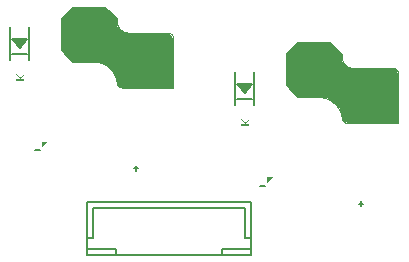
<source format=gbo>
G04 EAGLE Gerber RS-274X export*
G75*
%MOMM*%
%FSLAX34Y34*%
%LPD*%
%INSilkscreen Bottom*%
%IPPOS*%
%AMOC8*
5,1,8,0,0,1.08239X$1,22.5*%
G01*
G04 Define Apertures*
%ADD10C,0.127000*%
%ADD11C,0.120000*%
%ADD12C,0.152400*%
G36*
X-148862Y19607D02*
X-156150Y19607D01*
X-156150Y20595D01*
X-153357Y20595D01*
X-152633Y21546D01*
X-156150Y24459D01*
X-156150Y25684D01*
X-152027Y22167D01*
X-148862Y25271D01*
X-148862Y24107D01*
X-152514Y20595D01*
X-148862Y20595D01*
X-148862Y19607D01*
G37*
G36*
X41638Y-18494D02*
X34350Y-18494D01*
X34350Y-17506D01*
X37143Y-17506D01*
X37867Y-16554D01*
X34350Y-13641D01*
X34350Y-12416D01*
X38473Y-15933D01*
X41638Y-12829D01*
X41638Y-13993D01*
X37986Y-17506D01*
X41638Y-17506D01*
X41638Y-18494D01*
G37*
G36*
X-133650Y-32200D02*
X-129050Y-32200D01*
X-133650Y-36800D01*
X-133650Y-32200D01*
G37*
G36*
X56850Y-62200D02*
X61450Y-62200D01*
X56850Y-66800D01*
X56850Y-62200D01*
G37*
G36*
X-68521Y15383D02*
X-70500Y18149D01*
X-72200Y25269D01*
X-76757Y31091D01*
X-83084Y34917D01*
X-90355Y35750D01*
X-108000Y35750D01*
X-118000Y45750D01*
X-118000Y72250D01*
X-108000Y82250D01*
X-80500Y82250D01*
X-70500Y72250D01*
X-70250Y66232D01*
X-67925Y62825D01*
X-64518Y60549D01*
X-60500Y60250D01*
X-27500Y60250D01*
X-24318Y58432D01*
X-22500Y55250D01*
X-22500Y13750D01*
X-65536Y13750D01*
X-68521Y15383D01*
G37*
G36*
X121979Y-14618D02*
X120000Y-11851D01*
X118300Y-4731D01*
X113743Y1091D01*
X107417Y4917D01*
X100145Y5750D01*
X82500Y5750D01*
X72500Y15750D01*
X72500Y42250D01*
X82500Y52250D01*
X110000Y52250D01*
X120000Y42250D01*
X120250Y36232D01*
X122575Y32825D01*
X125982Y30549D01*
X130000Y30250D01*
X163000Y30250D01*
X166182Y28432D01*
X168000Y25250D01*
X168000Y-16250D01*
X124964Y-16250D01*
X121979Y-14618D01*
G37*
D10*
X-160400Y64800D02*
X-160400Y36800D01*
X-144400Y36800D02*
X-144400Y64800D01*
X-146050Y54610D02*
X-152400Y46990D01*
X-147320Y54610D02*
X-146050Y54610D01*
X-147320Y54610D02*
X-148590Y54610D01*
X-158750Y54610D01*
X-152400Y46990D01*
X-147320Y54610D01*
X-157480Y53340D01*
X-152400Y48260D01*
X-148590Y54610D01*
X-156210Y53340D01*
X-152400Y49530D01*
X-149860Y53340D01*
X-151130Y53340D01*
X-154940Y53340D01*
X-153670Y52070D01*
X-152400Y50800D01*
X-151130Y53340D01*
X-153670Y52070D01*
X-152400Y52070D01*
X-146050Y41910D02*
X-158750Y41910D01*
X30100Y26700D02*
X30100Y-1300D01*
X46100Y-1300D02*
X46100Y26700D01*
X44450Y16510D02*
X38100Y8890D01*
X43180Y16510D02*
X44450Y16510D01*
X43180Y16510D02*
X41910Y16510D01*
X31750Y16510D01*
X38100Y8890D01*
X43180Y16510D01*
X33020Y15240D01*
X38100Y10160D01*
X41910Y16510D01*
X34290Y15240D01*
X38100Y11430D01*
X40640Y15240D01*
X39370Y15240D01*
X35560Y15240D01*
X36830Y13970D01*
X38100Y12700D01*
X39370Y15240D01*
X36830Y13970D01*
X38100Y13970D01*
X44450Y3810D02*
X31750Y3810D01*
X-54250Y-52500D02*
X-54250Y-56500D01*
X-56250Y-54500D02*
X-52250Y-54500D01*
X-135250Y-39500D02*
X-139250Y-39500D01*
X136250Y-82500D02*
X136250Y-86500D01*
X134250Y-84500D02*
X138250Y-84500D01*
X55250Y-69500D02*
X51250Y-69500D01*
D11*
X-22500Y13750D02*
X-22500Y55250D01*
X-27500Y60250D02*
X-60500Y60250D01*
X-65250Y13750D02*
X-22500Y13750D01*
X-70500Y70250D02*
X-70500Y72250D01*
X-80500Y82250D01*
X-90355Y35750D02*
X-108000Y35750D01*
X-118000Y45750D01*
X-108000Y82250D02*
X-80500Y82250D01*
X-118000Y72250D02*
X-118000Y45750D01*
X-118000Y72250D02*
X-108000Y82250D01*
X-27500Y60250D02*
X-27360Y60248D01*
X-27220Y60242D01*
X-27080Y60232D01*
X-26940Y60219D01*
X-26801Y60201D01*
X-26662Y60179D01*
X-26525Y60154D01*
X-26387Y60125D01*
X-26251Y60092D01*
X-26116Y60055D01*
X-25982Y60014D01*
X-25849Y59969D01*
X-25717Y59921D01*
X-25587Y59869D01*
X-25458Y59814D01*
X-25331Y59755D01*
X-25205Y59692D01*
X-25081Y59626D01*
X-24960Y59557D01*
X-24840Y59484D01*
X-24722Y59407D01*
X-24607Y59328D01*
X-24493Y59245D01*
X-24383Y59159D01*
X-24274Y59070D01*
X-24168Y58978D01*
X-24065Y58883D01*
X-23964Y58786D01*
X-23867Y58685D01*
X-23772Y58582D01*
X-23680Y58476D01*
X-23591Y58367D01*
X-23505Y58257D01*
X-23422Y58143D01*
X-23343Y58028D01*
X-23266Y57910D01*
X-23193Y57790D01*
X-23124Y57669D01*
X-23058Y57545D01*
X-22995Y57419D01*
X-22936Y57292D01*
X-22881Y57163D01*
X-22829Y57033D01*
X-22781Y56901D01*
X-22736Y56768D01*
X-22695Y56634D01*
X-22658Y56499D01*
X-22625Y56363D01*
X-22596Y56225D01*
X-22571Y56088D01*
X-22549Y55949D01*
X-22531Y55810D01*
X-22518Y55670D01*
X-22508Y55530D01*
X-22502Y55390D01*
X-22500Y55250D01*
X-60500Y60250D02*
X-60742Y60253D01*
X-60983Y60262D01*
X-61224Y60276D01*
X-61465Y60297D01*
X-61705Y60323D01*
X-61945Y60355D01*
X-62184Y60393D01*
X-62421Y60436D01*
X-62658Y60486D01*
X-62893Y60541D01*
X-63127Y60601D01*
X-63359Y60668D01*
X-63590Y60739D01*
X-63819Y60817D01*
X-64046Y60900D01*
X-64271Y60988D01*
X-64494Y61082D01*
X-64714Y61181D01*
X-64932Y61286D01*
X-65147Y61395D01*
X-65360Y61510D01*
X-65570Y61630D01*
X-65776Y61755D01*
X-65980Y61885D01*
X-66181Y62020D01*
X-66378Y62160D01*
X-66572Y62304D01*
X-66762Y62453D01*
X-66948Y62607D01*
X-67131Y62765D01*
X-67310Y62927D01*
X-67485Y63094D01*
X-67656Y63265D01*
X-67823Y63440D01*
X-67985Y63619D01*
X-68143Y63802D01*
X-68297Y63988D01*
X-68446Y64178D01*
X-68590Y64372D01*
X-68730Y64569D01*
X-68865Y64770D01*
X-68995Y64974D01*
X-69120Y65180D01*
X-69240Y65390D01*
X-69355Y65603D01*
X-69464Y65818D01*
X-69569Y66036D01*
X-69668Y66256D01*
X-69762Y66479D01*
X-69850Y66704D01*
X-69933Y66931D01*
X-70011Y67160D01*
X-70082Y67391D01*
X-70149Y67623D01*
X-70209Y67857D01*
X-70264Y68092D01*
X-70314Y68329D01*
X-70357Y68566D01*
X-70395Y68805D01*
X-70427Y69045D01*
X-70453Y69285D01*
X-70474Y69526D01*
X-70488Y69767D01*
X-70497Y70008D01*
X-70500Y70250D01*
X-70500Y18149D02*
X-70481Y18011D01*
X-70459Y17873D01*
X-70432Y17737D01*
X-70402Y17600D01*
X-70368Y17465D01*
X-70330Y17331D01*
X-70289Y17198D01*
X-70244Y17066D01*
X-70195Y16935D01*
X-70143Y16806D01*
X-70087Y16678D01*
X-70027Y16552D01*
X-69964Y16428D01*
X-69897Y16305D01*
X-69828Y16184D01*
X-69754Y16066D01*
X-69678Y15949D01*
X-69598Y15835D01*
X-69515Y15723D01*
X-69429Y15613D01*
X-69340Y15505D01*
X-69248Y15401D01*
X-69154Y15298D01*
X-69056Y15199D01*
X-68955Y15102D01*
X-68852Y15008D01*
X-68747Y14917D01*
X-68639Y14829D01*
X-68528Y14744D01*
X-68415Y14662D01*
X-68300Y14583D01*
X-68183Y14508D01*
X-68063Y14436D01*
X-67942Y14367D01*
X-67819Y14302D01*
X-67694Y14240D01*
X-67567Y14181D01*
X-67439Y14126D01*
X-67309Y14075D01*
X-67178Y14027D01*
X-67046Y13983D01*
X-66913Y13943D01*
X-66778Y13907D01*
X-66642Y13874D01*
X-66506Y13845D01*
X-66369Y13820D01*
X-66231Y13799D01*
X-66093Y13781D01*
X-65954Y13767D01*
X-65815Y13758D01*
X-65675Y13752D01*
X-65536Y13750D01*
X-70500Y18153D02*
X-70564Y18632D01*
X-70639Y19109D01*
X-70726Y19585D01*
X-70825Y20058D01*
X-70934Y20529D01*
X-71056Y20997D01*
X-71188Y21462D01*
X-71332Y21924D01*
X-71486Y22382D01*
X-71652Y22836D01*
X-71829Y23286D01*
X-72017Y23731D01*
X-72215Y24172D01*
X-72424Y24608D01*
X-72643Y25039D01*
X-72873Y25465D01*
X-73113Y25884D01*
X-73363Y26298D01*
X-73623Y26706D01*
X-73892Y27107D01*
X-74172Y27501D01*
X-74460Y27889D01*
X-74758Y28270D01*
X-75066Y28643D01*
X-75382Y29009D01*
X-75707Y29367D01*
X-76040Y29717D01*
X-76382Y30059D01*
X-76732Y30393D01*
X-77090Y30718D01*
X-77455Y31034D01*
X-77828Y31341D01*
X-78209Y31639D01*
X-78596Y31928D01*
X-78991Y32208D01*
X-79392Y32478D01*
X-79800Y32738D01*
X-80213Y32988D01*
X-80633Y33228D01*
X-81058Y33458D01*
X-81489Y33677D01*
X-81925Y33886D01*
X-82366Y34085D01*
X-82811Y34273D01*
X-83261Y34450D01*
X-83715Y34616D01*
X-84173Y34771D01*
X-84635Y34914D01*
X-85099Y35047D01*
X-85567Y35169D01*
X-86038Y35279D01*
X-86511Y35377D01*
X-86987Y35464D01*
X-87464Y35540D01*
X-87944Y35604D01*
X-88424Y35657D01*
X-88906Y35697D01*
X-89388Y35727D01*
X-89872Y35744D01*
X-90355Y35750D01*
X168000Y25250D02*
X168000Y-16250D01*
X163000Y30250D02*
X130000Y30250D01*
X125250Y-16250D02*
X168000Y-16250D01*
X120000Y40250D02*
X120000Y42250D01*
X110000Y52250D01*
X100145Y5750D02*
X82500Y5750D01*
X72500Y15750D01*
X82500Y52250D02*
X110000Y52250D01*
X72500Y42250D02*
X72500Y15750D01*
X72500Y42250D02*
X82500Y52250D01*
X163000Y30250D02*
X163140Y30248D01*
X163280Y30242D01*
X163420Y30232D01*
X163560Y30219D01*
X163699Y30201D01*
X163838Y30179D01*
X163975Y30154D01*
X164113Y30125D01*
X164249Y30092D01*
X164384Y30055D01*
X164518Y30014D01*
X164651Y29969D01*
X164783Y29921D01*
X164913Y29869D01*
X165042Y29814D01*
X165169Y29755D01*
X165295Y29692D01*
X165419Y29626D01*
X165540Y29557D01*
X165660Y29484D01*
X165778Y29407D01*
X165893Y29328D01*
X166007Y29245D01*
X166117Y29159D01*
X166226Y29070D01*
X166332Y28978D01*
X166435Y28883D01*
X166536Y28786D01*
X166633Y28685D01*
X166728Y28582D01*
X166820Y28476D01*
X166909Y28367D01*
X166995Y28257D01*
X167078Y28143D01*
X167157Y28028D01*
X167234Y27910D01*
X167307Y27790D01*
X167376Y27669D01*
X167442Y27545D01*
X167505Y27419D01*
X167564Y27292D01*
X167619Y27163D01*
X167671Y27033D01*
X167719Y26901D01*
X167764Y26768D01*
X167805Y26634D01*
X167842Y26499D01*
X167875Y26363D01*
X167904Y26225D01*
X167929Y26088D01*
X167951Y25949D01*
X167969Y25810D01*
X167982Y25670D01*
X167992Y25530D01*
X167998Y25390D01*
X168000Y25250D01*
X130000Y30250D02*
X129758Y30253D01*
X129517Y30262D01*
X129276Y30276D01*
X129035Y30297D01*
X128795Y30323D01*
X128555Y30355D01*
X128316Y30393D01*
X128079Y30436D01*
X127842Y30486D01*
X127607Y30541D01*
X127373Y30601D01*
X127141Y30668D01*
X126910Y30739D01*
X126681Y30817D01*
X126454Y30900D01*
X126229Y30988D01*
X126006Y31082D01*
X125786Y31181D01*
X125568Y31286D01*
X125353Y31395D01*
X125140Y31510D01*
X124930Y31630D01*
X124724Y31755D01*
X124520Y31885D01*
X124319Y32020D01*
X124122Y32160D01*
X123928Y32304D01*
X123738Y32453D01*
X123552Y32607D01*
X123369Y32765D01*
X123190Y32927D01*
X123015Y33094D01*
X122844Y33265D01*
X122677Y33440D01*
X122515Y33619D01*
X122357Y33802D01*
X122203Y33988D01*
X122054Y34178D01*
X121910Y34372D01*
X121770Y34569D01*
X121635Y34770D01*
X121505Y34974D01*
X121380Y35180D01*
X121260Y35390D01*
X121145Y35603D01*
X121036Y35818D01*
X120931Y36036D01*
X120832Y36256D01*
X120738Y36479D01*
X120650Y36704D01*
X120567Y36931D01*
X120489Y37160D01*
X120418Y37391D01*
X120351Y37623D01*
X120291Y37857D01*
X120236Y38092D01*
X120186Y38329D01*
X120143Y38566D01*
X120105Y38805D01*
X120073Y39045D01*
X120047Y39285D01*
X120026Y39526D01*
X120012Y39767D01*
X120003Y40008D01*
X120000Y40250D01*
X120000Y-11851D02*
X120019Y-11989D01*
X120041Y-12127D01*
X120068Y-12263D01*
X120098Y-12400D01*
X120132Y-12535D01*
X120170Y-12669D01*
X120211Y-12802D01*
X120256Y-12934D01*
X120305Y-13065D01*
X120357Y-13194D01*
X120413Y-13322D01*
X120473Y-13448D01*
X120536Y-13572D01*
X120603Y-13695D01*
X120672Y-13816D01*
X120746Y-13934D01*
X120822Y-14051D01*
X120902Y-14165D01*
X120985Y-14277D01*
X121071Y-14387D01*
X121160Y-14495D01*
X121252Y-14599D01*
X121346Y-14702D01*
X121444Y-14801D01*
X121545Y-14898D01*
X121648Y-14992D01*
X121753Y-15083D01*
X121861Y-15171D01*
X121972Y-15256D01*
X122085Y-15338D01*
X122200Y-15417D01*
X122317Y-15492D01*
X122437Y-15564D01*
X122558Y-15633D01*
X122681Y-15698D01*
X122806Y-15760D01*
X122933Y-15819D01*
X123061Y-15874D01*
X123191Y-15925D01*
X123322Y-15973D01*
X123454Y-16017D01*
X123587Y-16057D01*
X123722Y-16093D01*
X123858Y-16126D01*
X123994Y-16155D01*
X124131Y-16180D01*
X124269Y-16201D01*
X124407Y-16219D01*
X124546Y-16233D01*
X124685Y-16242D01*
X124825Y-16248D01*
X124964Y-16250D01*
X120000Y-11847D02*
X119936Y-11368D01*
X119861Y-10891D01*
X119774Y-10415D01*
X119675Y-9942D01*
X119566Y-9471D01*
X119444Y-9003D01*
X119312Y-8538D01*
X119168Y-8076D01*
X119014Y-7618D01*
X118848Y-7164D01*
X118671Y-6714D01*
X118483Y-6269D01*
X118285Y-5828D01*
X118076Y-5392D01*
X117857Y-4961D01*
X117627Y-4535D01*
X117387Y-4116D01*
X117137Y-3702D01*
X116877Y-3294D01*
X116608Y-2893D01*
X116328Y-2499D01*
X116040Y-2111D01*
X115742Y-1730D01*
X115434Y-1357D01*
X115118Y-991D01*
X114793Y-633D01*
X114460Y-283D01*
X114118Y59D01*
X113768Y393D01*
X113410Y718D01*
X113045Y1034D01*
X112672Y1341D01*
X112291Y1639D01*
X111904Y1928D01*
X111509Y2208D01*
X111108Y2478D01*
X110700Y2738D01*
X110287Y2988D01*
X109867Y3228D01*
X109442Y3458D01*
X109011Y3677D01*
X108575Y3886D01*
X108134Y4085D01*
X107689Y4273D01*
X107239Y4450D01*
X106785Y4616D01*
X106327Y4771D01*
X105865Y4914D01*
X105401Y5047D01*
X104933Y5169D01*
X104462Y5279D01*
X103989Y5377D01*
X103513Y5464D01*
X103036Y5540D01*
X102556Y5604D01*
X102076Y5657D01*
X101594Y5697D01*
X101112Y5727D01*
X100628Y5744D01*
X100145Y5750D01*
D12*
X-95700Y-122650D02*
X-95700Y-127900D01*
X-95700Y-122650D02*
X-95700Y-113400D01*
X-95700Y-82900D01*
X-95700Y-127900D02*
X-71200Y-127900D01*
X18800Y-127900D01*
X43300Y-127900D01*
X43300Y-82900D02*
X-95700Y-82900D01*
X43300Y-122650D02*
X43300Y-127900D01*
X43300Y-122650D02*
X43300Y-113400D01*
X43300Y-82900D01*
X-90450Y-113400D02*
X-95700Y-113400D01*
X-90450Y-113400D02*
X-90450Y-88150D01*
X38050Y-88150D01*
X38050Y-113400D01*
X43300Y-113400D01*
X-71200Y-122650D02*
X-95700Y-122650D01*
X-71200Y-122650D02*
X-71200Y-127900D01*
X18800Y-127900D02*
X18800Y-122650D01*
X43300Y-122650D01*
M02*

</source>
